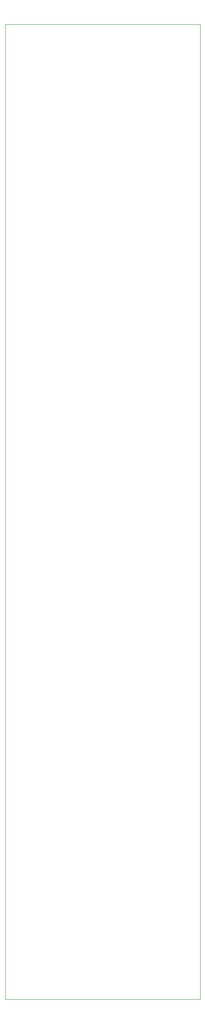
<source format=gm1>
G04 #@! TF.GenerationSoftware,KiCad,Pcbnew,6.0.5+dfsg-1~bpo11+1*
G04 #@! TF.CreationDate,2022-07-21T18:59:06+00:00*
G04 #@! TF.ProjectId,sample_and_hold_board,73616d70-6c65-45f6-916e-645f686f6c64,0*
G04 #@! TF.SameCoordinates,Original*
G04 #@! TF.FileFunction,Profile,NP*
%FSLAX46Y46*%
G04 Gerber Fmt 4.6, Leading zero omitted, Abs format (unit mm)*
G04 Created by KiCad (PCBNEW 6.0.5+dfsg-1~bpo11+1) date 2022-07-21 18:59:06*
%MOMM*%
%LPD*%
G01*
G04 APERTURE LIST*
G04 #@! TA.AperFunction,Profile*
%ADD10C,0.100000*%
G04 #@! TD*
G04 APERTURE END LIST*
D10*
X83820000Y-235595000D02*
X124460000Y-235595000D01*
X124460000Y-32395000D02*
X83820000Y-32395000D01*
X124460000Y-235595000D02*
X124460000Y-32395000D01*
X83820000Y-32395000D02*
X83820000Y-235595000D01*
M02*

</source>
